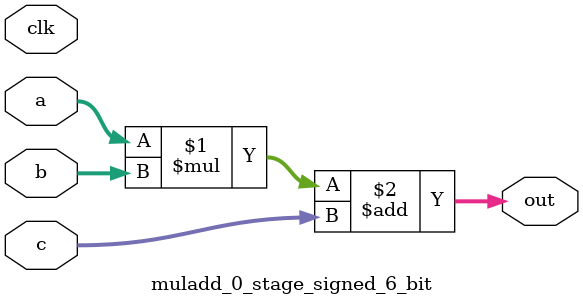
<source format=sv>
(* use_dsp = "yes" *) module muladd_0_stage_signed_6_bit(
	input signed [5:0] a,
	input signed [5:0] b,
	input signed [5:0] c,
	output [5:0] out,
	input clk);

	assign out = (a * b) + c;
endmodule

</source>
